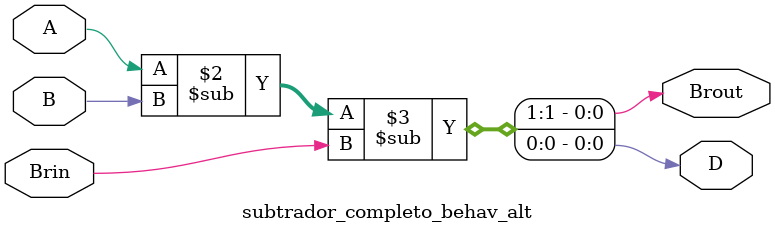
<source format=v>
module subtrador_completo_behav_alt(
input A,B,Brin,
output reg D,Brout
);

always @(*) begin
	{Brout, D} = A- B - Brin;
	end
	
endmodule
</source>
